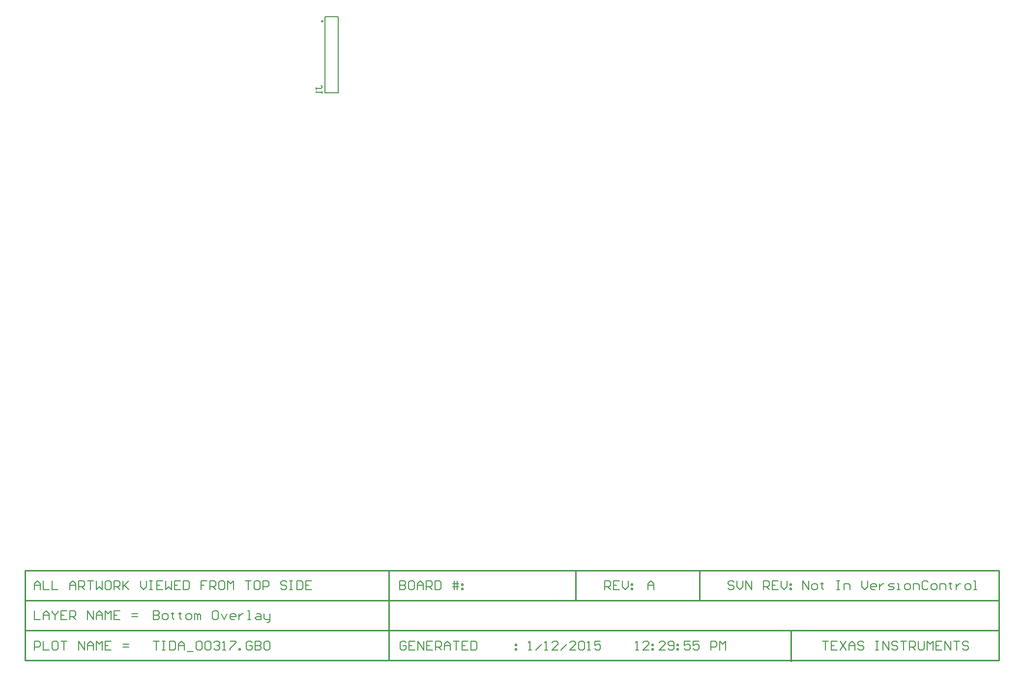
<source format=gbo>
%FSAX25Y25*%
%MOIN*%
G70*
G01*
G75*
G04 Layer_Color=9218505*
%ADD10C,0.00800*%
%ADD11C,0.01000*%
%ADD12R,0.05500X0.03800*%
%ADD13O,0.05500X0.03800*%
%ADD14C,0.02000*%
%ADD15C,0.01200*%
%ADD16R,0.39370X0.23622*%
%ADD17R,3.14961X0.23622*%
%ADD18C,0.02000*%
%ADD19R,4.01575X0.31496*%
%ADD20R,4.01575X0.31496*%
%ADD21C,0.00701*%
%ADD22C,0.00700*%
%ADD23R,0.06100X0.04400*%
%ADD24O,0.06100X0.04400*%
%ADD25C,0.00709*%
G54D10*
X0126900Y0073549D02*
Y0067551D01*
X0129899D01*
X0130899Y0068550D01*
Y0069550D01*
X0129899Y0070550D01*
X0126900D01*
X0129899D01*
X0130899Y0071549D01*
Y0072549D01*
X0129899Y0073549D01*
X0126900D01*
X0133898Y0067551D02*
X0135897D01*
X0136897Y0068550D01*
Y0070550D01*
X0135897Y0071549D01*
X0133898D01*
X0132898Y0070550D01*
Y0068550D01*
X0133898Y0067551D01*
X0139896Y0072549D02*
Y0071549D01*
X0138896D01*
X0140895D01*
X0139896D01*
Y0068550D01*
X0140895Y0067551D01*
X0144894Y0072549D02*
Y0071549D01*
X0143895D01*
X0145894D01*
X0144894D01*
Y0068550D01*
X0145894Y0067551D01*
X0149893D02*
X0151892D01*
X0152892Y0068550D01*
Y0070550D01*
X0151892Y0071549D01*
X0149893D01*
X0148893Y0070550D01*
Y0068550D01*
X0149893Y0067551D01*
X0154891D02*
Y0071549D01*
X0155891D01*
X0156890Y0070550D01*
Y0067551D01*
Y0070550D01*
X0157890Y0071549D01*
X0158890Y0070550D01*
Y0067551D01*
X0169886Y0073549D02*
X0167887D01*
X0166887Y0072549D01*
Y0068550D01*
X0167887Y0067551D01*
X0169886D01*
X0170886Y0068550D01*
Y0072549D01*
X0169886Y0073549D01*
X0172885Y0071549D02*
X0174884Y0067551D01*
X0176884Y0071549D01*
X0181882Y0067551D02*
X0179883D01*
X0178883Y0068550D01*
Y0070550D01*
X0179883Y0071549D01*
X0181882D01*
X0182882Y0070550D01*
Y0069550D01*
X0178883D01*
X0184881Y0071549D02*
Y0067551D01*
Y0069550D01*
X0185881Y0070550D01*
X0186881Y0071549D01*
X0187880D01*
X0190879Y0067551D02*
X0192879D01*
X0191879D01*
Y0073549D01*
X0190879D01*
X0196877Y0071549D02*
X0198877D01*
X0199876Y0070550D01*
Y0067551D01*
X0196877D01*
X0195878Y0068550D01*
X0196877Y0069550D01*
X0199876D01*
X0201876Y0071549D02*
Y0068550D01*
X0202875Y0067551D01*
X0205874D01*
Y0066551D01*
X0204875Y0065551D01*
X0203875D01*
X0205874Y0067551D02*
Y0071549D01*
X0567400Y0087833D02*
Y0093831D01*
X0571399Y0087833D01*
Y0093831D01*
X0574398Y0087833D02*
X0576397D01*
X0577397Y0088833D01*
Y0090832D01*
X0576397Y0091832D01*
X0574398D01*
X0573398Y0090832D01*
Y0088833D01*
X0574398Y0087833D01*
X0580396Y0092832D02*
Y0091832D01*
X0579396D01*
X0581395D01*
X0580396D01*
Y0088833D01*
X0581395Y0087833D01*
X0590393Y0093831D02*
X0592392D01*
X0591392D01*
Y0087833D01*
X0590393D01*
X0592392D01*
X0595391D02*
Y0091832D01*
X0598390D01*
X0599390Y0090832D01*
Y0087833D01*
X0607387Y0093831D02*
Y0089833D01*
X0609386Y0087833D01*
X0611386Y0089833D01*
Y0093831D01*
X0616384Y0087833D02*
X0614385D01*
X0613385Y0088833D01*
Y0090832D01*
X0614385Y0091832D01*
X0616384D01*
X0617384Y0090832D01*
Y0089833D01*
X0613385D01*
X0619383Y0091832D02*
Y0087833D01*
Y0089833D01*
X0620383Y0090832D01*
X0621383Y0091832D01*
X0622382D01*
X0625381Y0087833D02*
X0628380D01*
X0629380Y0088833D01*
X0628380Y0089833D01*
X0626381D01*
X0625381Y0090832D01*
X0626381Y0091832D01*
X0629380D01*
X0631379Y0087833D02*
X0633379D01*
X0632379D01*
Y0091832D01*
X0631379D01*
X0637377Y0087833D02*
X0639377D01*
X0640376Y0088833D01*
Y0090832D01*
X0639377Y0091832D01*
X0637377D01*
X0636378Y0090832D01*
Y0088833D01*
X0637377Y0087833D01*
X0642376D02*
Y0091832D01*
X0645375D01*
X0646374Y0090832D01*
Y0087833D01*
X0652373Y0092832D02*
X0651373Y0093831D01*
X0649373D01*
X0648374Y0092832D01*
Y0088833D01*
X0649373Y0087833D01*
X0651373D01*
X0652373Y0088833D01*
X0655372Y0087833D02*
X0657371D01*
X0658371Y0088833D01*
Y0090832D01*
X0657371Y0091832D01*
X0655372D01*
X0654372Y0090832D01*
Y0088833D01*
X0655372Y0087833D01*
X0660370D02*
Y0091832D01*
X0663369D01*
X0664369Y0090832D01*
Y0087833D01*
X0667368Y0092832D02*
Y0091832D01*
X0666368D01*
X0668367D01*
X0667368D01*
Y0088833D01*
X0668367Y0087833D01*
X0671366Y0091832D02*
Y0087833D01*
Y0089833D01*
X0672366Y0090832D01*
X0673366Y0091832D01*
X0674365D01*
X0678364Y0087833D02*
X0680364D01*
X0681363Y0088833D01*
Y0090832D01*
X0680364Y0091832D01*
X0678364D01*
X0677364Y0090832D01*
Y0088833D01*
X0678364Y0087833D01*
X0683362D02*
X0685362D01*
X0684362D01*
Y0093831D01*
X0683362D01*
X0520799Y0092832D02*
X0519799Y0093831D01*
X0517800D01*
X0516800Y0092832D01*
Y0091832D01*
X0517800Y0090832D01*
X0519799D01*
X0520799Y0089833D01*
Y0088833D01*
X0519799Y0087833D01*
X0517800D01*
X0516800Y0088833D01*
X0522798Y0093831D02*
Y0089833D01*
X0524797Y0087833D01*
X0526797Y0089833D01*
Y0093831D01*
X0528796Y0087833D02*
Y0093831D01*
X0532795Y0087833D01*
Y0093831D01*
X0540792Y0087833D02*
Y0093831D01*
X0543791D01*
X0544791Y0092832D01*
Y0090832D01*
X0543791Y0089833D01*
X0540792D01*
X0542792D02*
X0544791Y0087833D01*
X0550789Y0093831D02*
X0546790D01*
Y0087833D01*
X0550789D01*
X0546790Y0090832D02*
X0548790D01*
X0552788Y0093831D02*
Y0089833D01*
X0554788Y0087833D01*
X0556787Y0089833D01*
Y0093831D01*
X0558786Y0091832D02*
X0559786D01*
Y0090832D01*
X0558786D01*
Y0091832D01*
Y0088833D02*
X0559786D01*
Y0087833D01*
X0558786D01*
Y0088833D01*
X0433000Y0087833D02*
Y0093831D01*
X0435999D01*
X0436999Y0092832D01*
Y0090832D01*
X0435999Y0089833D01*
X0433000D01*
X0434999D02*
X0436999Y0087833D01*
X0442997Y0093831D02*
X0438998D01*
Y0087833D01*
X0442997D01*
X0438998Y0090832D02*
X0440997D01*
X0444996Y0093831D02*
Y0089833D01*
X0446995Y0087833D01*
X0448995Y0089833D01*
Y0093831D01*
X0450994Y0091832D02*
X0451994D01*
Y0090832D01*
X0450994D01*
Y0091832D01*
Y0088833D02*
X0451994D01*
Y0087833D01*
X0450994D01*
Y0088833D01*
X0126900Y0052965D02*
X0130899D01*
X0128899D01*
Y0046966D01*
X0132898Y0052965D02*
X0134897D01*
X0133898D01*
Y0046966D01*
X0132898D01*
X0134897D01*
X0137896Y0052965D02*
Y0046966D01*
X0140895D01*
X0141895Y0047966D01*
Y0051965D01*
X0140895Y0052965D01*
X0137896D01*
X0143895Y0046966D02*
Y0050965D01*
X0145894Y0052965D01*
X0147893Y0050965D01*
Y0046966D01*
Y0049966D01*
X0143895D01*
X0149893Y0045967D02*
X0153891D01*
X0155891Y0051965D02*
X0156890Y0052965D01*
X0158890D01*
X0159889Y0051965D01*
Y0047966D01*
X0158890Y0046966D01*
X0156890D01*
X0155891Y0047966D01*
Y0051965D01*
X0161889D02*
X0162888Y0052965D01*
X0164888D01*
X0165887Y0051965D01*
Y0047966D01*
X0164888Y0046966D01*
X0162888D01*
X0161889Y0047966D01*
Y0051965D01*
X0167887D02*
X0168886Y0052965D01*
X0170886D01*
X0171885Y0051965D01*
Y0050965D01*
X0170886Y0049966D01*
X0169886D01*
X0170886D01*
X0171885Y0048966D01*
Y0047966D01*
X0170886Y0046966D01*
X0168886D01*
X0167887Y0047966D01*
X0173885Y0046966D02*
X0175884D01*
X0174884D01*
Y0052965D01*
X0173885Y0051965D01*
X0178883Y0052965D02*
X0182882D01*
Y0051965D01*
X0178883Y0047966D01*
Y0046966D01*
X0184881D02*
Y0047966D01*
X0185881D01*
Y0046966D01*
X0184881D01*
X0193878Y0051965D02*
X0192879Y0052965D01*
X0190879D01*
X0189880Y0051965D01*
Y0047966D01*
X0190879Y0046966D01*
X0192879D01*
X0193878Y0047966D01*
Y0049966D01*
X0191879D01*
X0195878Y0052965D02*
Y0046966D01*
X0198877D01*
X0199876Y0047966D01*
Y0048966D01*
X0198877Y0049966D01*
X0195878D01*
X0198877D01*
X0199876Y0050965D01*
Y0051965D01*
X0198877Y0052965D01*
X0195878D01*
X0204875D02*
X0202875D01*
X0201876Y0051965D01*
Y0047966D01*
X0202875Y0046966D01*
X0204875D01*
X0205874Y0047966D01*
Y0051965D01*
X0204875Y0052965D01*
X0381150Y0046966D02*
X0383149D01*
X0382150D01*
Y0052965D01*
X0381150Y0051965D01*
X0386148Y0046966D02*
X0390147Y0050965D01*
X0392146Y0046966D02*
X0394146D01*
X0393146D01*
Y0052965D01*
X0392146Y0051965D01*
X0401144Y0046966D02*
X0397145D01*
X0401144Y0050965D01*
Y0051965D01*
X0400144Y0052965D01*
X0398145D01*
X0397145Y0051965D01*
X0403143Y0046966D02*
X0407142Y0050965D01*
X0413140Y0046966D02*
X0409141D01*
X0413140Y0050965D01*
Y0051965D01*
X0412140Y0052965D01*
X0410141D01*
X0409141Y0051965D01*
X0415139D02*
X0416139Y0052965D01*
X0418138D01*
X0419138Y0051965D01*
Y0047966D01*
X0418138Y0046966D01*
X0416139D01*
X0415139Y0047966D01*
Y0051965D01*
X0421137Y0046966D02*
X0423136D01*
X0422137D01*
Y0052965D01*
X0421137Y0051965D01*
X0430134Y0052965D02*
X0426135D01*
Y0049966D01*
X0428135Y0050965D01*
X0429135D01*
X0430134Y0049966D01*
Y0047966D01*
X0429135Y0046966D01*
X0427135D01*
X0426135Y0047966D01*
X0298199Y0051965D02*
X0297199Y0052965D01*
X0295200D01*
X0294200Y0051965D01*
Y0047966D01*
X0295200Y0046966D01*
X0297199D01*
X0298199Y0047966D01*
Y0049966D01*
X0296199D01*
X0304197Y0052965D02*
X0300198D01*
Y0046966D01*
X0304197D01*
X0300198Y0049966D02*
X0302197D01*
X0306196Y0046966D02*
Y0052965D01*
X0310195Y0046966D01*
Y0052965D01*
X0316193D02*
X0312194D01*
Y0046966D01*
X0316193D01*
X0312194Y0049966D02*
X0314194D01*
X0318192Y0046966D02*
Y0052965D01*
X0321191D01*
X0322191Y0051965D01*
Y0049966D01*
X0321191Y0048966D01*
X0318192D01*
X0320192D02*
X0322191Y0046966D01*
X0324190D02*
Y0050965D01*
X0326190Y0052965D01*
X0328189Y0050965D01*
Y0046966D01*
Y0049966D01*
X0324190D01*
X0330188Y0052965D02*
X0334187D01*
X0332188D01*
Y0046966D01*
X0340185Y0052965D02*
X0336186D01*
Y0046966D01*
X0340185D01*
X0336186Y0049966D02*
X0338186D01*
X0342184Y0052965D02*
Y0046966D01*
X0345183D01*
X0346183Y0047966D01*
Y0051965D01*
X0345183Y0052965D01*
X0342184D01*
X0372175Y0050965D02*
X0373175D01*
Y0049966D01*
X0372175D01*
Y0050965D01*
Y0047966D02*
X0373175D01*
Y0046966D01*
X0372175D01*
Y0047966D01*
X0046350Y0087833D02*
Y0091832D01*
X0048349Y0093831D01*
X0050349Y0091832D01*
Y0087833D01*
Y0090832D01*
X0046350D01*
X0052348Y0093831D02*
Y0087833D01*
X0056347D01*
X0058346Y0093831D02*
Y0087833D01*
X0062345D01*
X0070342D02*
Y0091832D01*
X0072342Y0093831D01*
X0074341Y0091832D01*
Y0087833D01*
Y0090832D01*
X0070342D01*
X0076340Y0087833D02*
Y0093831D01*
X0079339D01*
X0080339Y0092832D01*
Y0090832D01*
X0079339Y0089833D01*
X0076340D01*
X0078340D02*
X0080339Y0087833D01*
X0082338Y0093831D02*
X0086337D01*
X0084338D01*
Y0087833D01*
X0088336Y0093831D02*
Y0087833D01*
X0090336Y0089833D01*
X0092335Y0087833D01*
Y0093831D01*
X0097334D02*
X0095334D01*
X0094335Y0092832D01*
Y0088833D01*
X0095334Y0087833D01*
X0097334D01*
X0098333Y0088833D01*
Y0092832D01*
X0097334Y0093831D01*
X0100332Y0087833D02*
Y0093831D01*
X0103332D01*
X0104331Y0092832D01*
Y0090832D01*
X0103332Y0089833D01*
X0100332D01*
X0102332D02*
X0104331Y0087833D01*
X0106331Y0093831D02*
Y0087833D01*
Y0089833D01*
X0110329Y0093831D01*
X0107330Y0090832D01*
X0110329Y0087833D01*
X0118327Y0093831D02*
Y0089833D01*
X0120326Y0087833D01*
X0122325Y0089833D01*
Y0093831D01*
X0124325D02*
X0126324D01*
X0125324D01*
Y0087833D01*
X0124325D01*
X0126324D01*
X0133322Y0093831D02*
X0129323D01*
Y0087833D01*
X0133322D01*
X0129323Y0090832D02*
X0131323D01*
X0135321Y0093831D02*
Y0087833D01*
X0137321Y0089833D01*
X0139320Y0087833D01*
Y0093831D01*
X0145318D02*
X0141319D01*
Y0087833D01*
X0145318D01*
X0141319Y0090832D02*
X0143319D01*
X0147317Y0093831D02*
Y0087833D01*
X0150316D01*
X0151316Y0088833D01*
Y0092832D01*
X0150316Y0093831D01*
X0147317D01*
X0163312D02*
X0159313D01*
Y0090832D01*
X0161313D01*
X0159313D01*
Y0087833D01*
X0165312D02*
Y0093831D01*
X0168310D01*
X0169310Y0092832D01*
Y0090832D01*
X0168310Y0089833D01*
X0165312D01*
X0167311D02*
X0169310Y0087833D01*
X0174309Y0093831D02*
X0172309D01*
X0171310Y0092832D01*
Y0088833D01*
X0172309Y0087833D01*
X0174309D01*
X0175308Y0088833D01*
Y0092832D01*
X0174309Y0093831D01*
X0177308Y0087833D02*
Y0093831D01*
X0179307Y0091832D01*
X0181306Y0093831D01*
Y0087833D01*
X0189304Y0093831D02*
X0193303D01*
X0191303D01*
Y0087833D01*
X0198301Y0093831D02*
X0196301D01*
X0195302Y0092832D01*
Y0088833D01*
X0196301Y0087833D01*
X0198301D01*
X0199301Y0088833D01*
Y0092832D01*
X0198301Y0093831D01*
X0201300Y0087833D02*
Y0093831D01*
X0204299D01*
X0205299Y0092832D01*
Y0090832D01*
X0204299Y0089833D01*
X0201300D01*
X0217295Y0092832D02*
X0216295Y0093831D01*
X0214296D01*
X0213296Y0092832D01*
Y0091832D01*
X0214296Y0090832D01*
X0216295D01*
X0217295Y0089833D01*
Y0088833D01*
X0216295Y0087833D01*
X0214296D01*
X0213296Y0088833D01*
X0219294Y0093831D02*
X0221293D01*
X0220294D01*
Y0087833D01*
X0219294D01*
X0221293D01*
X0224292Y0093831D02*
Y0087833D01*
X0227291D01*
X0228291Y0088833D01*
Y0092832D01*
X0227291Y0093831D01*
X0224292D01*
X0234289D02*
X0230291D01*
Y0087833D01*
X0234289D01*
X0230291Y0090832D02*
X0232290D01*
X0462150Y0087833D02*
Y0091832D01*
X0464149Y0093831D01*
X0466149Y0091832D01*
Y0087833D01*
Y0090832D01*
X0462150D01*
X0294000Y0093831D02*
Y0087833D01*
X0296999D01*
X0297999Y0088833D01*
Y0089833D01*
X0296999Y0090832D01*
X0294000D01*
X0296999D01*
X0297999Y0091832D01*
Y0092832D01*
X0296999Y0093831D01*
X0294000D01*
X0302997D02*
X0300998D01*
X0299998Y0092832D01*
Y0088833D01*
X0300998Y0087833D01*
X0302997D01*
X0303997Y0088833D01*
Y0092832D01*
X0302997Y0093831D01*
X0305996Y0087833D02*
Y0091832D01*
X0307996Y0093831D01*
X0309995Y0091832D01*
Y0087833D01*
Y0090832D01*
X0305996D01*
X0311994Y0087833D02*
Y0093831D01*
X0314993D01*
X0315993Y0092832D01*
Y0090832D01*
X0314993Y0089833D01*
X0311994D01*
X0313994D02*
X0315993Y0087833D01*
X0317992Y0093831D02*
Y0087833D01*
X0320991D01*
X0321991Y0088833D01*
Y0092832D01*
X0320991Y0093831D01*
X0317992D01*
X0330988Y0087833D02*
Y0093831D01*
X0332987D02*
Y0087833D01*
X0329988Y0091832D02*
X0332987D01*
X0333987D01*
X0329988Y0089833D02*
X0333987D01*
X0335986Y0091832D02*
X0336986D01*
Y0090832D01*
X0335986D01*
Y0091832D01*
Y0088833D02*
X0336986D01*
Y0087833D01*
X0335986D01*
Y0088833D01*
X0046350Y0073549D02*
Y0067551D01*
X0050349D01*
X0052348D02*
Y0071549D01*
X0054347Y0073549D01*
X0056347Y0071549D01*
Y0067551D01*
Y0070550D01*
X0052348D01*
X0058346Y0073549D02*
Y0072549D01*
X0060346Y0070550D01*
X0062345Y0072549D01*
Y0073549D01*
X0060346Y0070550D02*
Y0067551D01*
X0068343Y0073549D02*
X0064344D01*
Y0067551D01*
X0068343D01*
X0064344Y0070550D02*
X0066343D01*
X0070342Y0067551D02*
Y0073549D01*
X0073341D01*
X0074341Y0072549D01*
Y0070550D01*
X0073341Y0069550D01*
X0070342D01*
X0072342D02*
X0074341Y0067551D01*
X0082338D02*
Y0073549D01*
X0086337Y0067551D01*
Y0073549D01*
X0088336Y0067551D02*
Y0071549D01*
X0090336Y0073549D01*
X0092335Y0071549D01*
Y0067551D01*
Y0070550D01*
X0088336D01*
X0094335Y0067551D02*
Y0073549D01*
X0096334Y0071549D01*
X0098333Y0073549D01*
Y0067551D01*
X0104331Y0073549D02*
X0100332D01*
Y0067551D01*
X0104331D01*
X0100332Y0070550D02*
X0102332D01*
X0112329Y0069550D02*
X0116327D01*
X0112329Y0071549D02*
X0116327D01*
X0046350Y0046966D02*
Y0052965D01*
X0049349D01*
X0050349Y0051965D01*
Y0049966D01*
X0049349Y0048966D01*
X0046350D01*
X0052348Y0052965D02*
Y0046966D01*
X0056347D01*
X0061345Y0052965D02*
X0059346D01*
X0058346Y0051965D01*
Y0047966D01*
X0059346Y0046966D01*
X0061345D01*
X0062345Y0047966D01*
Y0051965D01*
X0061345Y0052965D01*
X0064344D02*
X0068343D01*
X0066343D01*
Y0046966D01*
X0076340D02*
Y0052965D01*
X0080339Y0046966D01*
Y0052965D01*
X0082338Y0046966D02*
Y0050965D01*
X0084338Y0052965D01*
X0086337Y0050965D01*
Y0046966D01*
Y0049966D01*
X0082338D01*
X0088336Y0046966D02*
Y0052965D01*
X0090336Y0050965D01*
X0092335Y0052965D01*
Y0046966D01*
X0098333Y0052965D02*
X0094335D01*
Y0046966D01*
X0098333D01*
X0094335Y0049966D02*
X0096334D01*
X0106331Y0048966D02*
X0110329D01*
X0106331Y0050965D02*
X0110329D01*
X0454050Y0046966D02*
X0456049D01*
X0455050D01*
Y0052965D01*
X0454050Y0051965D01*
X0463047Y0046966D02*
X0459048D01*
X0463047Y0050965D01*
Y0051965D01*
X0462047Y0052965D01*
X0460048D01*
X0459048Y0051965D01*
X0465046Y0050965D02*
X0466046D01*
Y0049966D01*
X0465046D01*
Y0050965D01*
Y0047966D02*
X0466046D01*
Y0046966D01*
X0465046D01*
Y0047966D01*
X0474044Y0046966D02*
X0470045D01*
X0474044Y0050965D01*
Y0051965D01*
X0473044Y0052965D01*
X0471044D01*
X0470045Y0051965D01*
X0476043Y0047966D02*
X0477043Y0046966D01*
X0479042D01*
X0480042Y0047966D01*
Y0051965D01*
X0479042Y0052965D01*
X0477043D01*
X0476043Y0051965D01*
Y0050965D01*
X0477043Y0049966D01*
X0480042D01*
X0482041Y0050965D02*
X0483041D01*
Y0049966D01*
X0482041D01*
Y0050965D01*
Y0047966D02*
X0483041D01*
Y0046966D01*
X0482041D01*
Y0047966D01*
X0491038Y0052965D02*
X0487039D01*
Y0049966D01*
X0489039Y0050965D01*
X0490038D01*
X0491038Y0049966D01*
Y0047966D01*
X0490038Y0046966D01*
X0488039D01*
X0487039Y0047966D01*
X0497036Y0052965D02*
X0493037D01*
Y0049966D01*
X0495037Y0050965D01*
X0496036D01*
X0497036Y0049966D01*
Y0047966D01*
X0496036Y0046966D01*
X0494037D01*
X0493037Y0047966D01*
X0505033Y0046966D02*
Y0052965D01*
X0508033D01*
X0509032Y0051965D01*
Y0049966D01*
X0508033Y0048966D01*
X0505033D01*
X0511032Y0046966D02*
Y0052965D01*
X0513031Y0050965D01*
X0515030Y0052965D01*
Y0046966D01*
X0580500Y0052965D02*
X0584499D01*
X0582499D01*
Y0046966D01*
X0590497Y0052965D02*
X0586498D01*
Y0046966D01*
X0590497D01*
X0586498Y0049966D02*
X0588497D01*
X0592496Y0052965D02*
X0596495Y0046966D01*
Y0052965D02*
X0592496Y0046966D01*
X0598494D02*
Y0050965D01*
X0600493Y0052965D01*
X0602493Y0050965D01*
Y0046966D01*
Y0049966D01*
X0598494D01*
X0608491Y0051965D02*
X0607491Y0052965D01*
X0605492D01*
X0604492Y0051965D01*
Y0050965D01*
X0605492Y0049966D01*
X0607491D01*
X0608491Y0048966D01*
Y0047966D01*
X0607491Y0046966D01*
X0605492D01*
X0604492Y0047966D01*
X0616488Y0052965D02*
X0618488D01*
X0617488D01*
Y0046966D01*
X0616488D01*
X0618488D01*
X0621487D02*
Y0052965D01*
X0625486Y0046966D01*
Y0052965D01*
X0631484Y0051965D02*
X0630484Y0052965D01*
X0628484D01*
X0627485Y0051965D01*
Y0050965D01*
X0628484Y0049966D01*
X0630484D01*
X0631484Y0048966D01*
Y0047966D01*
X0630484Y0046966D01*
X0628484D01*
X0627485Y0047966D01*
X0633483Y0052965D02*
X0637482D01*
X0635482D01*
Y0046966D01*
X0639481D02*
Y0052965D01*
X0642480D01*
X0643480Y0051965D01*
Y0049966D01*
X0642480Y0048966D01*
X0639481D01*
X0641480D02*
X0643480Y0046966D01*
X0645479Y0052965D02*
Y0047966D01*
X0646479Y0046966D01*
X0648478D01*
X0649478Y0047966D01*
Y0052965D01*
X0651477Y0046966D02*
Y0052965D01*
X0653476Y0050965D01*
X0655476Y0052965D01*
Y0046966D01*
X0661474Y0052965D02*
X0657475D01*
Y0046966D01*
X0661474D01*
X0657475Y0049966D02*
X0659474D01*
X0663473Y0046966D02*
Y0052965D01*
X0667472Y0046966D01*
Y0052965D01*
X0669471D02*
X0673470D01*
X0671471D01*
Y0046966D01*
X0679468Y0051965D02*
X0678468Y0052965D01*
X0676469D01*
X0675469Y0051965D01*
Y0050965D01*
X0676469Y0049966D01*
X0678468D01*
X0679468Y0048966D01*
Y0047966D01*
X0678468Y0046966D01*
X0676469D01*
X0675469Y0047966D01*
G54D11*
X0241846Y0473827D02*
G03*
X0241846Y0473827I-0000406J0000000D01*
G01*
X0497200Y0080717D02*
Y0101050D01*
X0413200Y0080717D02*
Y0101050D01*
X0040000Y0080717D02*
X0700200D01*
X0040000Y0060383D02*
X0700000D01*
X0040000Y0040050D02*
X0440500D01*
X0040050Y0101050D02*
X0700200D01*
X0040050Y0040050D02*
Y0101050D01*
Y0040050D02*
X0197600D01*
X0040000D02*
Y0101050D01*
X0286500Y0040050D02*
Y0101050D01*
X0700200Y0040050D02*
Y0101050D01*
X0440500Y0040050D02*
X0700200D01*
X0559400Y0039400D02*
Y0059683D01*
G54D22*
X0237417Y0427511D02*
Y0428844D01*
Y0428178D01*
X0240750D01*
X0241416Y0428844D01*
Y0429511D01*
X0240750Y0430177D01*
X0241416Y0426179D02*
Y0424846D01*
Y0425512D01*
X0237417D01*
X0238084Y0426179D01*
G54D25*
X0252365Y0425390D02*
Y0476965D01*
X0243310Y0425390D02*
X0252365D01*
X0243310D02*
Y0475685D01*
Y0476965D01*
X0252365D01*
M02*

</source>
